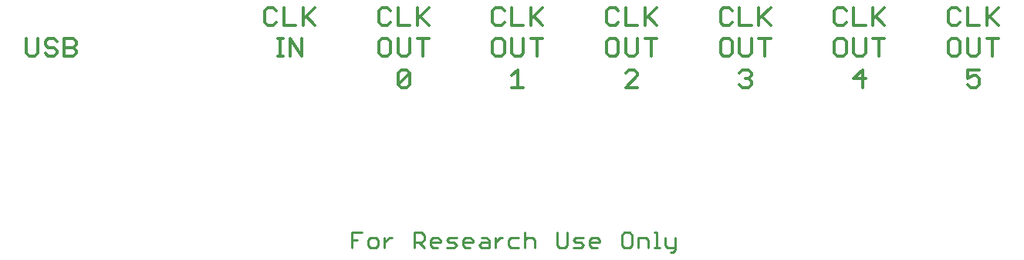
<source format=gbr>
G04 EAGLE Gerber RS-274X export*
G75*
%MOMM*%
%FSLAX34Y34*%
%LPD*%
%INSilkscreen Top*%
%IPPOS*%
%AMOC8*
5,1,8,0,0,1.08239X$1,22.5*%
G01*
%ADD10C,0.355600*%
%ADD11C,0.279400*%


D10*
X128014Y282539D02*
X128014Y266438D01*
X131234Y263218D01*
X137674Y263218D01*
X140895Y266438D01*
X140895Y282539D01*
X158724Y282539D02*
X161944Y279318D01*
X158724Y282539D02*
X152283Y282539D01*
X149063Y279318D01*
X149063Y276098D01*
X152283Y272878D01*
X158724Y272878D01*
X161944Y269658D01*
X161944Y266438D01*
X158724Y263218D01*
X152283Y263218D01*
X149063Y266438D01*
X170113Y263218D02*
X170113Y282539D01*
X179773Y282539D01*
X182993Y279318D01*
X182993Y276098D01*
X179773Y272878D01*
X182993Y269658D01*
X182993Y266438D01*
X179773Y263218D01*
X170113Y263218D01*
X170113Y272878D02*
X179773Y272878D01*
X399598Y316919D02*
X402819Y313698D01*
X399598Y316919D02*
X393158Y316919D01*
X389938Y313698D01*
X389938Y300818D01*
X393158Y297598D01*
X399598Y297598D01*
X402819Y300818D01*
X410987Y297598D02*
X410987Y316919D01*
X410987Y297598D02*
X423868Y297598D01*
X432037Y297598D02*
X432037Y316919D01*
X444917Y316919D02*
X432037Y304038D01*
X435257Y307258D02*
X444917Y297598D01*
X410411Y263308D02*
X403971Y263308D01*
X407191Y263308D02*
X407191Y282629D01*
X403971Y282629D02*
X410411Y282629D01*
X418004Y282629D02*
X418004Y263308D01*
X430884Y263308D02*
X418004Y282629D01*
X430884Y282629D02*
X430884Y263308D01*
X524778Y316919D02*
X527999Y313698D01*
X524778Y316919D02*
X518338Y316919D01*
X515118Y313698D01*
X515118Y300818D01*
X518338Y297598D01*
X524778Y297598D01*
X527999Y300818D01*
X536167Y297598D02*
X536167Y316919D01*
X536167Y297598D02*
X549048Y297598D01*
X557217Y297598D02*
X557217Y316919D01*
X570097Y316919D02*
X557217Y304038D01*
X560437Y307258D02*
X570097Y297598D01*
X524778Y282629D02*
X518338Y282629D01*
X515118Y279408D01*
X515118Y266528D01*
X518338Y263308D01*
X524778Y263308D01*
X527999Y266528D01*
X527999Y279408D01*
X524778Y282629D01*
X536167Y282629D02*
X536167Y266528D01*
X539387Y263308D01*
X545828Y263308D01*
X549048Y266528D01*
X549048Y282629D01*
X563657Y282629D02*
X563657Y263308D01*
X557217Y282629D02*
X570097Y282629D01*
X536167Y245118D02*
X536167Y232238D01*
X536167Y245118D02*
X539387Y248339D01*
X545828Y248339D01*
X549048Y245118D01*
X549048Y232238D01*
X545828Y229018D01*
X539387Y229018D01*
X536167Y232238D01*
X549048Y245118D01*
D11*
X485686Y69361D02*
X485686Y52837D01*
X485686Y69361D02*
X496702Y69361D01*
X491194Y61099D02*
X485686Y61099D01*
X506215Y52837D02*
X511723Y52837D01*
X514477Y55591D01*
X514477Y61099D01*
X511723Y63853D01*
X506215Y63853D01*
X503461Y61099D01*
X503461Y55591D01*
X506215Y52837D01*
X521236Y52837D02*
X521236Y63853D01*
X521236Y58345D02*
X526744Y63853D01*
X529498Y63853D01*
X553823Y69361D02*
X553823Y52837D01*
X553823Y69361D02*
X562085Y69361D01*
X564839Y66607D01*
X564839Y61099D01*
X562085Y58345D01*
X553823Y58345D01*
X559331Y58345D02*
X564839Y52837D01*
X574352Y52837D02*
X579860Y52837D01*
X574352Y52837D02*
X571598Y55591D01*
X571598Y61099D01*
X574352Y63853D01*
X579860Y63853D01*
X582614Y61099D01*
X582614Y58345D01*
X571598Y58345D01*
X589372Y52837D02*
X597634Y52837D01*
X600388Y55591D01*
X597634Y58345D01*
X592126Y58345D01*
X589372Y61099D01*
X592126Y63853D01*
X600388Y63853D01*
X609901Y52837D02*
X615409Y52837D01*
X609901Y52837D02*
X607147Y55591D01*
X607147Y61099D01*
X609901Y63853D01*
X615409Y63853D01*
X618163Y61099D01*
X618163Y58345D01*
X607147Y58345D01*
X627676Y63853D02*
X633184Y63853D01*
X635938Y61099D01*
X635938Y52837D01*
X627676Y52837D01*
X624922Y55591D01*
X627676Y58345D01*
X635938Y58345D01*
X642697Y52837D02*
X642697Y63853D01*
X642697Y58345D02*
X648205Y63853D01*
X650959Y63853D01*
X660263Y63853D02*
X668525Y63853D01*
X660263Y63853D02*
X657509Y61099D01*
X657509Y55591D01*
X660263Y52837D01*
X668525Y52837D01*
X675284Y52837D02*
X675284Y69361D01*
X678038Y63853D02*
X675284Y61099D01*
X678038Y63853D02*
X683546Y63853D01*
X686300Y61099D01*
X686300Y52837D01*
X710834Y55591D02*
X710834Y69361D01*
X710834Y55591D02*
X713588Y52837D01*
X719096Y52837D01*
X721850Y55591D01*
X721850Y69361D01*
X728609Y52837D02*
X736871Y52837D01*
X739625Y55591D01*
X736871Y58345D01*
X731363Y58345D01*
X728609Y61099D01*
X731363Y63853D01*
X739625Y63853D01*
X749138Y52837D02*
X754646Y52837D01*
X749138Y52837D02*
X746384Y55591D01*
X746384Y61099D01*
X749138Y63853D01*
X754646Y63853D01*
X757400Y61099D01*
X757400Y58345D01*
X746384Y58345D01*
X784687Y69361D02*
X790195Y69361D01*
X784687Y69361D02*
X781933Y66607D01*
X781933Y55591D01*
X784687Y52837D01*
X790195Y52837D01*
X792949Y55591D01*
X792949Y66607D01*
X790195Y69361D01*
X799708Y63853D02*
X799708Y52837D01*
X799708Y63853D02*
X807970Y63853D01*
X810724Y61099D01*
X810724Y52837D01*
X817483Y69361D02*
X820237Y69361D01*
X820237Y52837D01*
X817483Y52837D02*
X822991Y52837D01*
X829333Y55591D02*
X829333Y63853D01*
X829333Y55591D02*
X832087Y52837D01*
X840349Y52837D01*
X840349Y50083D02*
X840349Y63853D01*
X840349Y50083D02*
X837595Y47329D01*
X834841Y47329D01*
D10*
X652819Y313698D02*
X649598Y316919D01*
X643158Y316919D01*
X639938Y313698D01*
X639938Y300818D01*
X643158Y297598D01*
X649598Y297598D01*
X652819Y300818D01*
X660987Y297598D02*
X660987Y316919D01*
X660987Y297598D02*
X673868Y297598D01*
X682037Y297598D02*
X682037Y316919D01*
X694917Y316919D02*
X682037Y304038D01*
X685257Y307258D02*
X694917Y297598D01*
X649598Y282629D02*
X643158Y282629D01*
X639938Y279408D01*
X639938Y266528D01*
X643158Y263308D01*
X649598Y263308D01*
X652819Y266528D01*
X652819Y279408D01*
X649598Y282629D01*
X660987Y282629D02*
X660987Y266528D01*
X664207Y263308D01*
X670648Y263308D01*
X673868Y266528D01*
X673868Y282629D01*
X688477Y282629D02*
X688477Y263308D01*
X682037Y282629D02*
X694917Y282629D01*
X667428Y248339D02*
X660987Y241898D01*
X667428Y248339D02*
X667428Y229018D01*
X673868Y229018D02*
X660987Y229018D01*
X774778Y316919D02*
X777999Y313698D01*
X774778Y316919D02*
X768338Y316919D01*
X765118Y313698D01*
X765118Y300818D01*
X768338Y297598D01*
X774778Y297598D01*
X777999Y300818D01*
X786167Y297598D02*
X786167Y316919D01*
X786167Y297598D02*
X799048Y297598D01*
X807217Y297598D02*
X807217Y316919D01*
X820097Y316919D02*
X807217Y304038D01*
X810437Y307258D02*
X820097Y297598D01*
X774778Y282629D02*
X768338Y282629D01*
X765118Y279408D01*
X765118Y266528D01*
X768338Y263308D01*
X774778Y263308D01*
X777999Y266528D01*
X777999Y279408D01*
X774778Y282629D01*
X786167Y282629D02*
X786167Y266528D01*
X789387Y263308D01*
X795828Y263308D01*
X799048Y266528D01*
X799048Y282629D01*
X813657Y282629D02*
X813657Y263308D01*
X807217Y282629D02*
X820097Y282629D01*
X799048Y229018D02*
X786167Y229018D01*
X799048Y241898D01*
X799048Y245118D01*
X795828Y248339D01*
X789387Y248339D01*
X786167Y245118D01*
X899598Y316919D02*
X902819Y313698D01*
X899598Y316919D02*
X893158Y316919D01*
X889938Y313698D01*
X889938Y300818D01*
X893158Y297598D01*
X899598Y297598D01*
X902819Y300818D01*
X910987Y297598D02*
X910987Y316919D01*
X910987Y297598D02*
X923868Y297598D01*
X932037Y297598D02*
X932037Y316919D01*
X944917Y316919D02*
X932037Y304038D01*
X935257Y307258D02*
X944917Y297598D01*
X899598Y282629D02*
X893158Y282629D01*
X889938Y279408D01*
X889938Y266528D01*
X893158Y263308D01*
X899598Y263308D01*
X902819Y266528D01*
X902819Y279408D01*
X899598Y282629D01*
X910987Y282629D02*
X910987Y266528D01*
X914207Y263308D01*
X920648Y263308D01*
X923868Y266528D01*
X923868Y282629D01*
X938477Y282629D02*
X938477Y263308D01*
X932037Y282629D02*
X944917Y282629D01*
X914207Y248339D02*
X910987Y245118D01*
X914207Y248339D02*
X920648Y248339D01*
X923868Y245118D01*
X923868Y241898D01*
X920648Y238678D01*
X917428Y238678D01*
X920648Y238678D02*
X923868Y235458D01*
X923868Y232238D01*
X920648Y229018D01*
X914207Y229018D01*
X910987Y232238D01*
X1024778Y316919D02*
X1027999Y313698D01*
X1024778Y316919D02*
X1018338Y316919D01*
X1015118Y313698D01*
X1015118Y300818D01*
X1018338Y297598D01*
X1024778Y297598D01*
X1027999Y300818D01*
X1036167Y297598D02*
X1036167Y316919D01*
X1036167Y297598D02*
X1049048Y297598D01*
X1057217Y297598D02*
X1057217Y316919D01*
X1070097Y316919D02*
X1057217Y304038D01*
X1060437Y307258D02*
X1070097Y297598D01*
X1024778Y282629D02*
X1018338Y282629D01*
X1015118Y279408D01*
X1015118Y266528D01*
X1018338Y263308D01*
X1024778Y263308D01*
X1027999Y266528D01*
X1027999Y279408D01*
X1024778Y282629D01*
X1036167Y282629D02*
X1036167Y266528D01*
X1039387Y263308D01*
X1045828Y263308D01*
X1049048Y266528D01*
X1049048Y282629D01*
X1063657Y282629D02*
X1063657Y263308D01*
X1057217Y282629D02*
X1070097Y282629D01*
X1045828Y248339D02*
X1045828Y229018D01*
X1036167Y238678D02*
X1045828Y248339D01*
X1049048Y238678D02*
X1036167Y238678D01*
X1149598Y316919D02*
X1152819Y313698D01*
X1149598Y316919D02*
X1143158Y316919D01*
X1139938Y313698D01*
X1139938Y300818D01*
X1143158Y297598D01*
X1149598Y297598D01*
X1152819Y300818D01*
X1160987Y297598D02*
X1160987Y316919D01*
X1160987Y297598D02*
X1173868Y297598D01*
X1182037Y297598D02*
X1182037Y316919D01*
X1194917Y316919D02*
X1182037Y304038D01*
X1185257Y307258D02*
X1194917Y297598D01*
X1149598Y282629D02*
X1143158Y282629D01*
X1139938Y279408D01*
X1139938Y266528D01*
X1143158Y263308D01*
X1149598Y263308D01*
X1152819Y266528D01*
X1152819Y279408D01*
X1149598Y282629D01*
X1160987Y282629D02*
X1160987Y266528D01*
X1164207Y263308D01*
X1170648Y263308D01*
X1173868Y266528D01*
X1173868Y282629D01*
X1188477Y282629D02*
X1188477Y263308D01*
X1182037Y282629D02*
X1194917Y282629D01*
X1173868Y248339D02*
X1160987Y248339D01*
X1160987Y238678D01*
X1167428Y241898D01*
X1170648Y241898D01*
X1173868Y238678D01*
X1173868Y232238D01*
X1170648Y229018D01*
X1164207Y229018D01*
X1160987Y232238D01*
M02*

</source>
